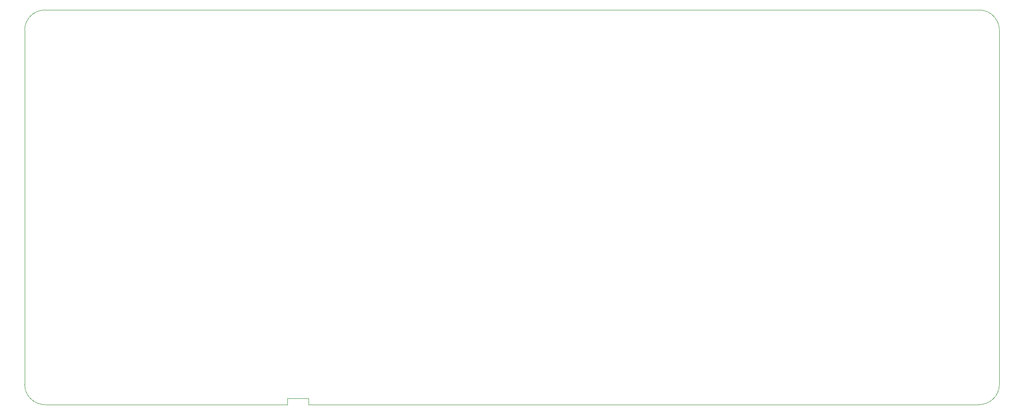
<source format=gm1>
G04 #@! TF.GenerationSoftware,KiCad,Pcbnew,(6.0.0)*
G04 #@! TF.CreationDate,2022-11-09T00:41:27-05:00*
G04 #@! TF.ProjectId,nano driven fm1236,6e616e6f-2064-4726-9976-656e20666d31,rev?*
G04 #@! TF.SameCoordinates,Original*
G04 #@! TF.FileFunction,Profile,NP*
%FSLAX46Y46*%
G04 Gerber Fmt 4.6, Leading zero omitted, Abs format (unit mm)*
G04 Created by KiCad (PCBNEW (6.0.0)) date 2022-11-09 00:41:27*
%MOMM*%
%LPD*%
G01*
G04 APERTURE LIST*
G04 #@! TA.AperFunction,Profile*
%ADD10C,0.100000*%
G04 #@! TD*
G04 #@! TA.AperFunction,Profile*
%ADD11C,0.010000*%
G04 #@! TD*
G04 APERTURE END LIST*
D10*
X57150000Y-57150000D02*
X228600000Y-57150000D01*
X94330000Y-131500000D02*
X52705000Y-131445000D01*
X48895000Y-60960000D02*
X48895000Y-118110000D01*
X232410000Y-127635000D02*
X232410000Y-60960000D01*
X52705000Y-57150000D02*
G75*
G03*
X48895000Y-60960000I-1J-3809999D01*
G01*
X48895000Y-118110000D02*
X48895000Y-127635000D01*
X106330000Y-131500000D02*
X228600000Y-131445000D01*
X48895000Y-127635000D02*
G75*
G03*
X52705000Y-131445000I3809999J-1D01*
G01*
X232410000Y-60960000D02*
G75*
G03*
X228600000Y-57150000I-3809999J1D01*
G01*
X228600000Y-131445000D02*
G75*
G03*
X232410000Y-127635000I1J3809999D01*
G01*
X57150000Y-57150000D02*
X52705000Y-57150000D01*
D11*
X98330000Y-130300000D02*
X102330000Y-130300000D01*
X102330000Y-131500000D02*
X106330000Y-131500000D01*
X98330000Y-131500000D02*
X98330000Y-130300000D01*
X102330000Y-130300000D02*
X102330000Y-131500000D01*
X94330000Y-131500000D02*
X98330000Y-131500000D01*
M02*

</source>
